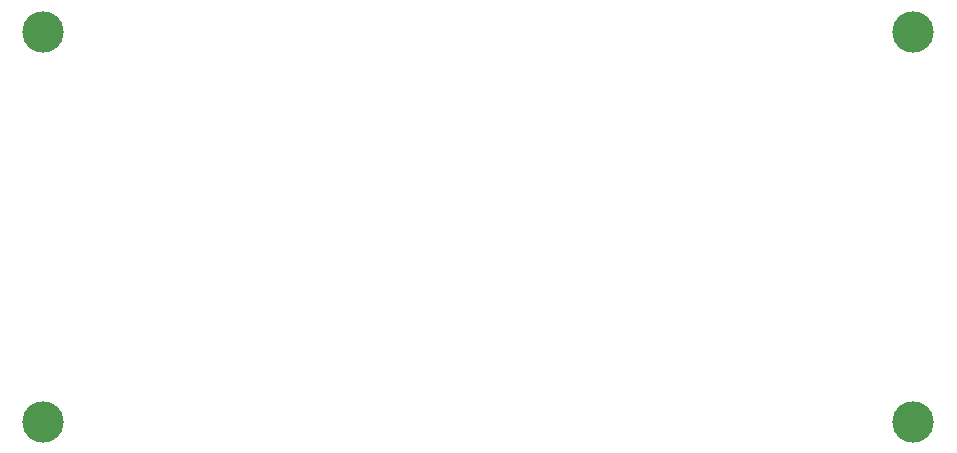
<source format=gtl>
%TF.GenerationSoftware,KiCad,Pcbnew,(5.1.8)-1*%
%TF.CreationDate,2021-02-24T15:58:51+01:00*%
%TF.ProjectId,C64 Joystick Faceplate A1,43363420-4a6f-4797-9374-69636b204661,rev?*%
%TF.SameCoordinates,Original*%
%TF.FileFunction,Copper,L1,Top*%
%TF.FilePolarity,Positive*%
%FSLAX46Y46*%
G04 Gerber Fmt 4.6, Leading zero omitted, Abs format (unit mm)*
G04 Created by KiCad (PCBNEW (5.1.8)-1) date 2021-02-24 15:58:51*
%MOMM*%
%LPD*%
G01*
G04 APERTURE LIST*
%TA.AperFunction,ComponentPad*%
%ADD10C,3.500000*%
%TD*%
G04 APERTURE END LIST*
D10*
%TO.P,M1,1*%
%TO.N,Net-(M1-Pad1)*%
X99695000Y-108585000D03*
%TD*%
%TO.P,M2,1*%
%TO.N,Net-(M1-Pad1)*%
X173355000Y-75565000D03*
%TD*%
%TO.P,M3,1*%
%TO.N,Net-(M1-Pad1)*%
X99695000Y-75565000D03*
%TD*%
%TO.P,M4,1*%
%TO.N,Net-(M1-Pad1)*%
X173355000Y-108585000D03*
%TD*%
M02*

</source>
